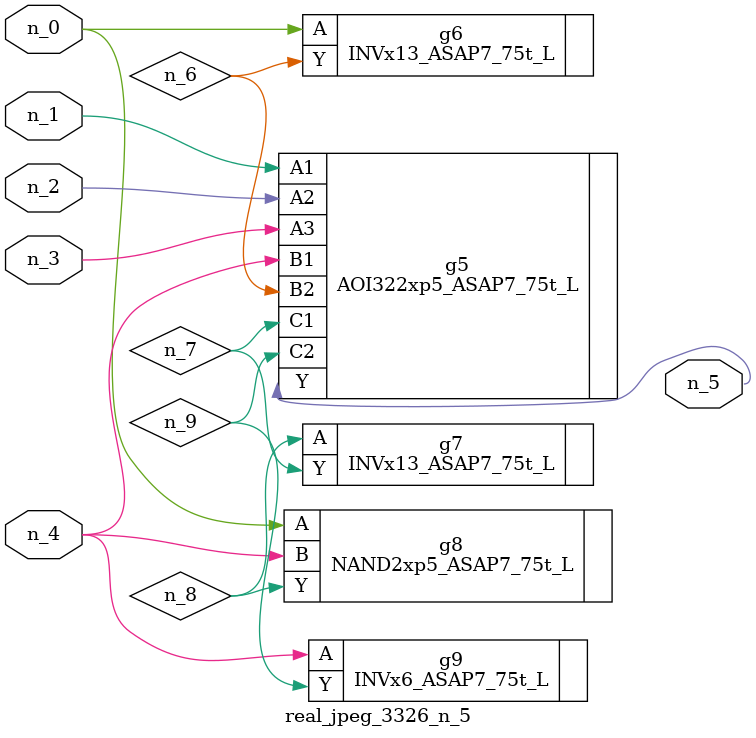
<source format=v>
module real_jpeg_3326_n_5 (n_4, n_0, n_1, n_2, n_3, n_5);

input n_4;
input n_0;
input n_1;
input n_2;
input n_3;

output n_5;

wire n_8;
wire n_6;
wire n_7;
wire n_9;

INVx13_ASAP7_75t_L g6 ( 
.A(n_0),
.Y(n_6)
);

NAND2xp5_ASAP7_75t_L g8 ( 
.A(n_0),
.B(n_4),
.Y(n_8)
);

AOI322xp5_ASAP7_75t_L g5 ( 
.A1(n_1),
.A2(n_2),
.A3(n_3),
.B1(n_4),
.B2(n_6),
.C1(n_7),
.C2(n_9),
.Y(n_5)
);

INVx6_ASAP7_75t_L g9 ( 
.A(n_4),
.Y(n_9)
);

INVx13_ASAP7_75t_L g7 ( 
.A(n_8),
.Y(n_7)
);


endmodule
</source>
